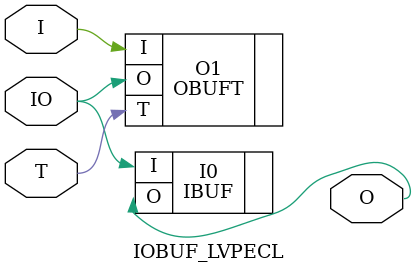
<source format=v>


`timescale  1 ps / 1 ps


module IOBUF_LVPECL (O, IO, I, T);

    output O;

    inout  IO;

    input  I, T;

        OBUFT #(.IOSTANDARD("LVPECL") ) O1 (.O(IO), .I(I), .T(T)); 
	IBUF #(.IOSTANDARD("LVPECL"))  I0 (.O(O), .I(IO));
        

endmodule



</source>
